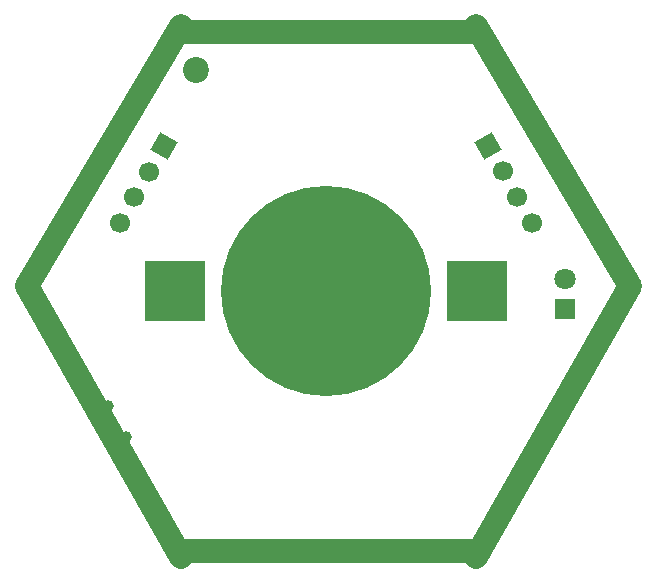
<source format=gbr>
%TF.GenerationSoftware,KiCad,Pcbnew,(6.0.5-0)*%
%TF.CreationDate,2022-06-08T15:30:45+08:00*%
%TF.ProjectId,dtl,64746c2e-6b69-4636-9164-5f7063625858,rev?*%
%TF.SameCoordinates,Original*%
%TF.FileFunction,Soldermask,Bot*%
%TF.FilePolarity,Negative*%
%FSLAX46Y46*%
G04 Gerber Fmt 4.6, Leading zero omitted, Abs format (unit mm)*
G04 Created by KiCad (PCBNEW (6.0.5-0)) date 2022-06-08 15:30:45*
%MOMM*%
%LPD*%
G01*
G04 APERTURE LIST*
G04 Aperture macros list*
%AMHorizOval*
0 Thick line with rounded ends*
0 $1 width*
0 $2 $3 position (X,Y) of the first rounded end (center of the circle)*
0 $4 $5 position (X,Y) of the second rounded end (center of the circle)*
0 Add line between two ends*
20,1,$1,$2,$3,$4,$5,0*
0 Add two circle primitives to create the rounded ends*
1,1,$1,$2,$3*
1,1,$1,$4,$5*%
%AMRotRect*
0 Rectangle, with rotation*
0 The origin of the aperture is its center*
0 $1 length*
0 $2 width*
0 $3 Rotation angle, in degrees counterclockwise*
0 Add horizontal line*
21,1,$1,$2,0,0,$3*%
G04 Aperture macros list end*
%ADD10C,2.000000*%
%ADD11R,1.800000X1.800000*%
%ADD12C,1.800000*%
%ADD13C,1.000000*%
%ADD14RotRect,1.700000X1.700000X30.000000*%
%ADD15HorizOval,1.700000X0.000000X0.000000X0.000000X0.000000X0*%
%ADD16RotRect,1.700000X1.700000X330.000000*%
%ADD17HorizOval,1.700000X0.000000X0.000000X0.000000X0.000000X0*%
%ADD18C,2.200000*%
%ADD19R,5.100000X5.100000*%
%ADD20C,17.800000*%
G04 APERTURE END LIST*
D10*
X135360000Y-38400000D02*
X160360000Y-38400000D01*
X160360000Y-82400000D02*
X135360000Y-82400000D01*
X173360000Y-59900000D02*
X160360000Y-82900000D01*
X135360000Y-82900000D02*
X122360000Y-59900000D01*
X122360000Y-59900000D02*
X135360000Y-37900000D01*
X160360000Y-37900000D02*
X173360000Y-59900000D01*
D11*
%TO.C,D10*%
X167881705Y-61904927D03*
D12*
X167881705Y-59364927D03*
%TD*%
D13*
%TO.C,SW3*%
X129178831Y-70100962D03*
X130678831Y-72699038D03*
%TD*%
D14*
%TO.C,J7*%
X161346705Y-48069927D03*
D15*
X162596705Y-50234991D03*
X163846705Y-52400054D03*
X165096705Y-54565118D03*
%TD*%
D16*
%TO.C,J5*%
X133911705Y-48074031D03*
D17*
X132661705Y-50239095D03*
X131411705Y-52404158D03*
X130161705Y-54569222D03*
%TD*%
D18*
%TO.C,H2*%
X136610000Y-41650000D03*
%TD*%
D19*
%TO.C,BT2*%
X134836705Y-60319927D03*
X160436705Y-60319927D03*
D20*
X147636705Y-60319927D03*
%TD*%
M02*

</source>
